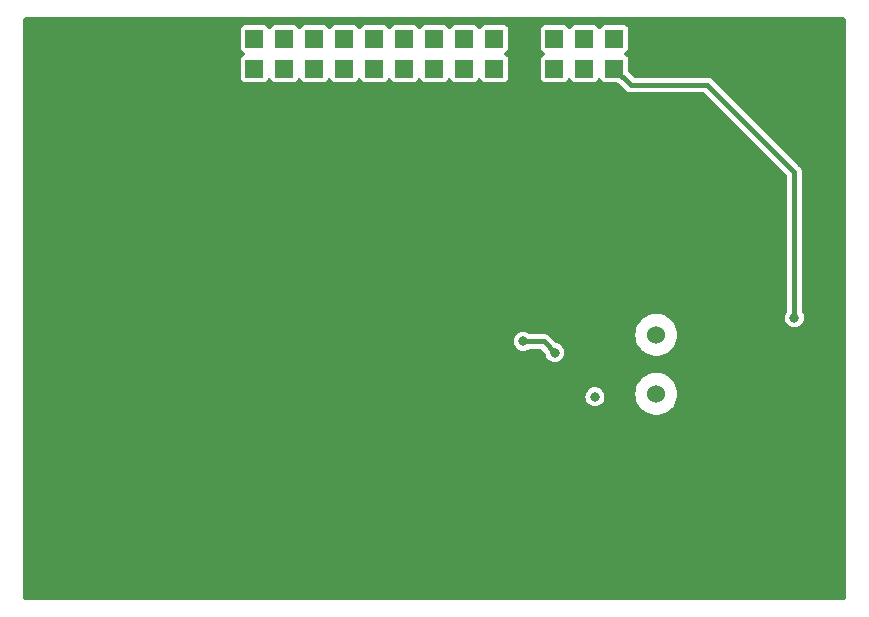
<source format=gbr>
%TF.GenerationSoftware,KiCad,Pcbnew,7.0.8-7.0.8~ubuntu23.04.1*%
%TF.CreationDate,2023-11-09T23:42:43+00:00*%
%TF.ProjectId,AIRDOS04_base,41495244-4f53-4303-945f-626173652e6b,REV*%
%TF.SameCoordinates,PX66dd020PY81342c0*%
%TF.FileFunction,Copper,L1,Top*%
%TF.FilePolarity,Positive*%
%FSLAX46Y46*%
G04 Gerber Fmt 4.6, Leading zero omitted, Abs format (unit mm)*
G04 Created by KiCad (PCBNEW 7.0.8-7.0.8~ubuntu23.04.1) date 2023-11-09 23:42:43*
%MOMM*%
%LPD*%
G01*
G04 APERTURE LIST*
%TA.AperFunction,ComponentPad*%
%ADD10C,6.000000*%
%TD*%
%TA.AperFunction,ComponentPad*%
%ADD11C,1.524000*%
%TD*%
%TA.AperFunction,ComponentPad*%
%ADD12R,1.524000X1.524000*%
%TD*%
%TA.AperFunction,ViaPad*%
%ADD13C,0.800000*%
%TD*%
%TA.AperFunction,Conductor*%
%ADD14C,0.450000*%
%TD*%
G04 APERTURE END LIST*
D10*
%TO.P,M1,1*%
%TO.N,GND*%
X10160000Y50800000D03*
%TD*%
%TO.P,M2,1*%
%TO.N,GND*%
X71120000Y50800000D03*
%TD*%
%TO.P,M3,1*%
%TO.N,GND*%
X10160000Y10160000D03*
%TD*%
%TO.P,M4,1*%
%TO.N,GND*%
X71120000Y10160000D03*
%TD*%
D11*
%TO.P,D1,1,K*%
%TO.N,/PIN_detector/K*%
X59424400Y23266400D03*
%TO.P,D1,2,A*%
%TO.N,/PIN_detector/A*%
X59424400Y28266400D03*
%TD*%
D12*
%TO.P,J1,1*%
%TO.N,GND*%
X22860000Y53340000D03*
%TO.P,J1,2*%
X22860000Y50800000D03*
%TO.P,J1,3*%
%TO.N,/interface/5v*%
X25400000Y53340000D03*
%TO.P,J1,4*%
X25400000Y50800000D03*
%TO.P,J1,5*%
%TO.N,/interface/3v3*%
X27940000Y53340000D03*
%TO.P,J1,6*%
X27940000Y50800000D03*
%TO.P,J1,7*%
%TO.N,Net-(J1-Pad7)*%
X30480000Y53340000D03*
%TO.P,J1,8*%
X30480000Y50800000D03*
%TO.P,J1,9*%
%TO.N,unconnected-(J1-Pad9)*%
X33020000Y53340000D03*
%TO.P,J1,10*%
%TO.N,/interface/A0*%
X33020000Y50800000D03*
%TO.P,J1,11*%
%TO.N,/interface/RX*%
X35560000Y53340000D03*
%TO.P,J1,12*%
%TO.N,/interface/A1*%
X35560000Y50800000D03*
%TO.P,J1,13*%
%TO.N,/interface/TX*%
X38100000Y53340000D03*
%TO.P,J1,14*%
%TO.N,/interface/B1*%
X38100000Y50800000D03*
%TO.P,J1,15*%
%TO.N,/interface/MOSI*%
X40640000Y53340000D03*
%TO.P,J1,16*%
%TO.N,/interface/B0*%
X40640000Y50800000D03*
%TO.P,J1,17*%
%TO.N,/interface/MISO*%
X43180000Y53340000D03*
%TO.P,J1,18*%
%TO.N,/interface/C1*%
X43180000Y50800000D03*
%TO.P,J1,19*%
%TO.N,/interface/SCLK*%
X45720000Y53340000D03*
%TO.P,J1,20*%
%TO.N,/interface/C0*%
X45720000Y50800000D03*
%TO.P,J1,21*%
%TO.N,GND*%
X48260000Y53340000D03*
%TO.P,J1,22*%
X48260000Y50800000D03*
%TO.P,J1,23*%
%TO.N,/interface/SCL*%
X50800000Y53340000D03*
%TO.P,J1,24*%
X50800000Y50800000D03*
%TO.P,J1,25*%
%TO.N,VDD*%
X53340000Y53340000D03*
%TO.P,J1,26*%
X53340000Y50800000D03*
%TO.P,J1,27*%
%TO.N,/interface/SDA*%
X55880000Y53340000D03*
%TO.P,J1,28*%
X55880000Y50800000D03*
%TO.P,J1,29*%
%TO.N,GND*%
X58420000Y53340000D03*
%TO.P,J1,30*%
X58420000Y50800000D03*
%TD*%
D13*
%TO.N,GNDA*%
X54229000Y23012400D03*
%TO.N,/PIN_detector/REF*%
X50835600Y26756400D03*
X48158400Y27711400D03*
%TO.N,/interface/SDA*%
X71120006Y29718000D03*
%TD*%
D14*
%TO.N,/PIN_detector/REF*%
X48158400Y27711400D02*
X49880600Y27711400D01*
X49880600Y27711400D02*
X50835600Y26756400D01*
%TO.N,/interface/SDA*%
X71120006Y42036994D02*
X71120006Y29718000D01*
X57272000Y49413000D02*
X63744000Y49413000D01*
X63744000Y49413000D02*
X71120006Y42036994D01*
X55885000Y50800000D02*
X57272000Y49413000D01*
%TD*%
%TA.AperFunction,Conductor*%
%TO.N,GND*%
G36*
X75387621Y55105498D02*
G01*
X75434114Y55051842D01*
X75445500Y54999500D01*
X75445500Y5960501D01*
X75425498Y5892380D01*
X75371842Y5845887D01*
X75319500Y5834501D01*
X5960500Y5834501D01*
X5892379Y5854503D01*
X5845886Y5908159D01*
X5834500Y5960501D01*
X5834500Y23012400D01*
X53423435Y23012400D01*
X53443632Y22833145D01*
X53503211Y22662878D01*
X53503212Y22662875D01*
X53599182Y22510140D01*
X53599183Y22510138D01*
X53726737Y22382584D01*
X53726739Y22382583D01*
X53879474Y22286613D01*
X53879475Y22286613D01*
X53879478Y22286611D01*
X54049745Y22227032D01*
X54229000Y22206835D01*
X54408255Y22227032D01*
X54578522Y22286611D01*
X54731262Y22382584D01*
X54858816Y22510138D01*
X54954789Y22662878D01*
X55014368Y22833145D01*
X55034565Y23012400D01*
X55014368Y23191655D01*
X54988214Y23266400D01*
X57656958Y23266400D01*
X57676699Y23002976D01*
X57676700Y23002972D01*
X57735479Y22745440D01*
X57831988Y22499540D01*
X57831991Y22499532D01*
X57964068Y22270768D01*
X57964070Y22270765D01*
X57964071Y22270764D01*
X58128773Y22064234D01*
X58322418Y21884558D01*
X58322424Y21884554D01*
X58540676Y21735752D01*
X58540684Y21735747D01*
X58778672Y21621139D01*
X58778673Y21621139D01*
X58778681Y21621135D01*
X59002036Y21552239D01*
X59031100Y21543273D01*
X59031107Y21543271D01*
X59292319Y21503900D01*
X59292323Y21503900D01*
X59556477Y21503900D01*
X59556481Y21503900D01*
X59817693Y21543271D01*
X60070119Y21621135D01*
X60308121Y21735750D01*
X60526382Y21884558D01*
X60720027Y22064234D01*
X60884729Y22270764D01*
X61016810Y22499536D01*
X61113320Y22745437D01*
X61172101Y23002976D01*
X61191842Y23266400D01*
X61172101Y23529824D01*
X61113320Y23787363D01*
X61016810Y24033264D01*
X61016809Y24033265D01*
X61016808Y24033269D01*
X60884731Y24262033D01*
X60884729Y24262036D01*
X60720027Y24468566D01*
X60526382Y24648242D01*
X60526375Y24648247D01*
X60308123Y24797049D01*
X60308115Y24797054D01*
X60070127Y24911662D01*
X60070122Y24911664D01*
X60070119Y24911665D01*
X59972976Y24941630D01*
X59817699Y24989528D01*
X59817694Y24989529D01*
X59817693Y24989529D01*
X59556481Y25028900D01*
X59292319Y25028900D01*
X59031107Y24989529D01*
X59031106Y24989529D01*
X59031100Y24989528D01*
X58819524Y24924264D01*
X58778681Y24911665D01*
X58778679Y24911665D01*
X58778672Y24911662D01*
X58540684Y24797054D01*
X58540676Y24797049D01*
X58322424Y24648247D01*
X58322419Y24648243D01*
X58128774Y24468567D01*
X57964068Y24262033D01*
X57831991Y24033269D01*
X57831988Y24033261D01*
X57735479Y23787361D01*
X57702351Y23642216D01*
X57676699Y23529824D01*
X57656958Y23266400D01*
X54988214Y23266400D01*
X54954789Y23361922D01*
X54954787Y23361925D01*
X54954787Y23361926D01*
X54858817Y23514661D01*
X54858816Y23514663D01*
X54731262Y23642217D01*
X54731260Y23642218D01*
X54578525Y23738188D01*
X54578522Y23738189D01*
X54437996Y23787361D01*
X54408255Y23797768D01*
X54229000Y23817965D01*
X54049745Y23797768D01*
X54049742Y23797768D01*
X54049742Y23797767D01*
X53879477Y23738189D01*
X53879474Y23738188D01*
X53726739Y23642218D01*
X53726737Y23642217D01*
X53599183Y23514663D01*
X53599182Y23514661D01*
X53503212Y23361926D01*
X53503211Y23361923D01*
X53503211Y23361922D01*
X53443632Y23191655D01*
X53423435Y23012400D01*
X5834500Y23012400D01*
X5834500Y27711400D01*
X47352835Y27711400D01*
X47373032Y27532145D01*
X47390513Y27482188D01*
X47432611Y27361878D01*
X47432612Y27361875D01*
X47528582Y27209140D01*
X47528583Y27209138D01*
X47656137Y27081584D01*
X47656139Y27081583D01*
X47808874Y26985613D01*
X47808875Y26985613D01*
X47808878Y26985611D01*
X47979145Y26926032D01*
X48158400Y26905835D01*
X48337655Y26926032D01*
X48507922Y26985611D01*
X48521418Y26994092D01*
X48636796Y27066587D01*
X48703832Y27085900D01*
X49569319Y27085900D01*
X49637440Y27065898D01*
X49658415Y27048995D01*
X50008893Y26698516D01*
X50042918Y26636204D01*
X50045004Y26623532D01*
X50050230Y26577153D01*
X50050233Y26577140D01*
X50109811Y26406878D01*
X50109812Y26406875D01*
X50205782Y26254140D01*
X50205783Y26254138D01*
X50333337Y26126584D01*
X50333339Y26126583D01*
X50486074Y26030613D01*
X50486075Y26030613D01*
X50486078Y26030611D01*
X50656345Y25971032D01*
X50835600Y25950835D01*
X51014855Y25971032D01*
X51185122Y26030611D01*
X51337862Y26126584D01*
X51465416Y26254138D01*
X51561389Y26406878D01*
X51620968Y26577145D01*
X51641165Y26756400D01*
X51620968Y26935655D01*
X51561389Y27105922D01*
X51561387Y27105925D01*
X51561387Y27105926D01*
X51465417Y27258661D01*
X51465416Y27258663D01*
X51337862Y27386217D01*
X51337860Y27386218D01*
X51185125Y27482188D01*
X51185122Y27482189D01*
X51014857Y27541768D01*
X51014851Y27541769D01*
X50968468Y27546996D01*
X50903016Y27574501D01*
X50893484Y27583108D01*
X50381559Y28095033D01*
X50371676Y28107369D01*
X50371437Y28107171D01*
X50366383Y28113281D01*
X50315964Y28160627D01*
X50295077Y28181515D01*
X50295069Y28181522D01*
X50289623Y28185748D01*
X50285114Y28189599D01*
X50251183Y28221462D01*
X50251181Y28221463D01*
X50233757Y28231042D01*
X50217233Y28241897D01*
X50201537Y28254072D01*
X50201536Y28254073D01*
X50173051Y28266400D01*
X57656958Y28266400D01*
X57676699Y28002976D01*
X57676700Y28002972D01*
X57735479Y27745440D01*
X57831988Y27499540D01*
X57831991Y27499532D01*
X57964068Y27270768D01*
X57964070Y27270765D01*
X57964071Y27270764D01*
X58128773Y27064234D01*
X58322418Y26884558D01*
X58322424Y26884554D01*
X58540676Y26735752D01*
X58540684Y26735747D01*
X58778672Y26621139D01*
X58778673Y26621139D01*
X58778681Y26621135D01*
X59002036Y26552239D01*
X59031100Y26543273D01*
X59031107Y26543271D01*
X59292319Y26503900D01*
X59292323Y26503900D01*
X59556477Y26503900D01*
X59556481Y26503900D01*
X59817693Y26543271D01*
X60070119Y26621135D01*
X60308121Y26735750D01*
X60526382Y26884558D01*
X60720027Y27064234D01*
X60884729Y27270764D01*
X61016810Y27499536D01*
X61113320Y27745437D01*
X61172101Y28002976D01*
X61191842Y28266400D01*
X61172101Y28529824D01*
X61113320Y28787363D01*
X61016810Y29033264D01*
X61016809Y29033265D01*
X61016808Y29033269D01*
X60884731Y29262033D01*
X60884729Y29262036D01*
X60720027Y29468566D01*
X60526382Y29648242D01*
X60424066Y29718000D01*
X60308123Y29797049D01*
X60308115Y29797054D01*
X60070127Y29911662D01*
X60070122Y29911664D01*
X60070119Y29911665D01*
X59972976Y29941630D01*
X59817699Y29989528D01*
X59817694Y29989529D01*
X59817693Y29989529D01*
X59556481Y30028900D01*
X59292319Y30028900D01*
X59031107Y29989529D01*
X59031106Y29989529D01*
X59031100Y29989528D01*
X58819524Y29924264D01*
X58778681Y29911665D01*
X58778679Y29911665D01*
X58778672Y29911662D01*
X58540684Y29797054D01*
X58540676Y29797049D01*
X58322424Y29648247D01*
X58322419Y29648243D01*
X58128774Y29468567D01*
X57964068Y29262033D01*
X57831991Y29033269D01*
X57831988Y29033261D01*
X57735479Y28787361D01*
X57676700Y28529829D01*
X57676699Y28529824D01*
X57656958Y28266400D01*
X50173051Y28266400D01*
X50158806Y28272565D01*
X50153475Y28275177D01*
X50112694Y28297596D01*
X50112690Y28297598D01*
X50093446Y28302539D01*
X50074743Y28308942D01*
X50056496Y28316838D01*
X50056493Y28316839D01*
X50010523Y28324120D01*
X50004711Y28325324D01*
X49959620Y28336900D01*
X49959619Y28336900D01*
X49939744Y28336900D01*
X49920034Y28338451D01*
X49900404Y28341560D01*
X49900403Y28341560D01*
X49854065Y28337180D01*
X49848132Y28336900D01*
X48703832Y28336900D01*
X48636796Y28356213D01*
X48507925Y28437188D01*
X48507922Y28437189D01*
X48337655Y28496768D01*
X48158400Y28516965D01*
X47979145Y28496768D01*
X47979142Y28496768D01*
X47979142Y28496767D01*
X47808877Y28437189D01*
X47808874Y28437188D01*
X47656139Y28341218D01*
X47656137Y28341217D01*
X47528583Y28213663D01*
X47528582Y28213661D01*
X47432612Y28060926D01*
X47432611Y28060923D01*
X47432611Y28060922D01*
X47373032Y27890655D01*
X47352835Y27711400D01*
X5834500Y27711400D01*
X5834500Y50006484D01*
X24237500Y50006484D01*
X24252353Y49912698D01*
X24309949Y49799658D01*
X24399657Y49709950D01*
X24438299Y49690262D01*
X24512696Y49652354D01*
X24606481Y49637500D01*
X26193518Y49637501D01*
X26287304Y49652354D01*
X26400342Y49709950D01*
X26490050Y49799658D01*
X26547646Y49912696D01*
X26547647Y49912709D01*
X26550163Y49920447D01*
X26590232Y49979055D01*
X26655627Y50006697D01*
X26725585Y49994595D01*
X26777894Y49946593D01*
X26789831Y49920459D01*
X26792352Y49912699D01*
X26849949Y49799658D01*
X26939657Y49709950D01*
X26978299Y49690262D01*
X27052696Y49652354D01*
X27146481Y49637500D01*
X28733518Y49637501D01*
X28827304Y49652354D01*
X28940342Y49709950D01*
X29030050Y49799658D01*
X29087646Y49912696D01*
X29087647Y49912709D01*
X29090163Y49920447D01*
X29130232Y49979055D01*
X29195627Y50006697D01*
X29265585Y49994595D01*
X29317894Y49946593D01*
X29329831Y49920459D01*
X29332352Y49912699D01*
X29389949Y49799658D01*
X29479657Y49709950D01*
X29518299Y49690262D01*
X29592696Y49652354D01*
X29686481Y49637500D01*
X31273518Y49637501D01*
X31367304Y49652354D01*
X31480342Y49709950D01*
X31570050Y49799658D01*
X31627646Y49912696D01*
X31627647Y49912709D01*
X31630163Y49920447D01*
X31670232Y49979055D01*
X31735627Y50006697D01*
X31805585Y49994595D01*
X31857894Y49946593D01*
X31869831Y49920459D01*
X31872352Y49912699D01*
X31929949Y49799658D01*
X32019657Y49709950D01*
X32058299Y49690262D01*
X32132696Y49652354D01*
X32226481Y49637500D01*
X33813518Y49637501D01*
X33907304Y49652354D01*
X34020342Y49709950D01*
X34110050Y49799658D01*
X34167646Y49912696D01*
X34167647Y49912709D01*
X34170163Y49920447D01*
X34210232Y49979055D01*
X34275627Y50006697D01*
X34345585Y49994595D01*
X34397894Y49946593D01*
X34409831Y49920459D01*
X34412352Y49912699D01*
X34469949Y49799658D01*
X34559657Y49709950D01*
X34598299Y49690262D01*
X34672696Y49652354D01*
X34766481Y49637500D01*
X36353518Y49637501D01*
X36447304Y49652354D01*
X36560342Y49709950D01*
X36650050Y49799658D01*
X36707646Y49912696D01*
X36707647Y49912709D01*
X36710163Y49920447D01*
X36750232Y49979055D01*
X36815627Y50006697D01*
X36885585Y49994595D01*
X36937894Y49946593D01*
X36949831Y49920459D01*
X36952352Y49912699D01*
X37009949Y49799658D01*
X37099657Y49709950D01*
X37138299Y49690262D01*
X37212696Y49652354D01*
X37306481Y49637500D01*
X38893518Y49637501D01*
X38987304Y49652354D01*
X39100342Y49709950D01*
X39190050Y49799658D01*
X39247646Y49912696D01*
X39247647Y49912709D01*
X39250163Y49920447D01*
X39290232Y49979055D01*
X39355627Y50006697D01*
X39425585Y49994595D01*
X39477894Y49946593D01*
X39489831Y49920459D01*
X39492352Y49912699D01*
X39549949Y49799658D01*
X39639657Y49709950D01*
X39678299Y49690262D01*
X39752696Y49652354D01*
X39846481Y49637500D01*
X41433518Y49637501D01*
X41527304Y49652354D01*
X41640342Y49709950D01*
X41730050Y49799658D01*
X41787646Y49912696D01*
X41787647Y49912709D01*
X41790163Y49920447D01*
X41830232Y49979055D01*
X41895627Y50006697D01*
X41965585Y49994595D01*
X42017894Y49946593D01*
X42029831Y49920459D01*
X42032352Y49912699D01*
X42089949Y49799658D01*
X42179657Y49709950D01*
X42218299Y49690262D01*
X42292696Y49652354D01*
X42386481Y49637500D01*
X43973518Y49637501D01*
X44067304Y49652354D01*
X44180342Y49709950D01*
X44270050Y49799658D01*
X44327646Y49912696D01*
X44327647Y49912709D01*
X44330163Y49920447D01*
X44370232Y49979055D01*
X44435627Y50006697D01*
X44505585Y49994595D01*
X44557894Y49946593D01*
X44569831Y49920459D01*
X44572352Y49912699D01*
X44629949Y49799658D01*
X44719657Y49709950D01*
X44758299Y49690262D01*
X44832696Y49652354D01*
X44926481Y49637500D01*
X46513518Y49637501D01*
X46607304Y49652354D01*
X46720342Y49709950D01*
X46810050Y49799658D01*
X46867646Y49912696D01*
X46882500Y50006481D01*
X46882500Y50006484D01*
X49637500Y50006484D01*
X49652353Y49912698D01*
X49709949Y49799658D01*
X49799657Y49709950D01*
X49838299Y49690262D01*
X49912696Y49652354D01*
X50006481Y49637500D01*
X51593518Y49637501D01*
X51687304Y49652354D01*
X51800342Y49709950D01*
X51890050Y49799658D01*
X51947646Y49912696D01*
X51947647Y49912709D01*
X51950163Y49920447D01*
X51990232Y49979055D01*
X52055627Y50006697D01*
X52125585Y49994595D01*
X52177894Y49946593D01*
X52189831Y49920459D01*
X52192352Y49912699D01*
X52249949Y49799658D01*
X52339657Y49709950D01*
X52378299Y49690262D01*
X52452696Y49652354D01*
X52546481Y49637500D01*
X54133518Y49637501D01*
X54227304Y49652354D01*
X54340342Y49709950D01*
X54430050Y49799658D01*
X54487646Y49912696D01*
X54487647Y49912709D01*
X54490163Y49920447D01*
X54530232Y49979055D01*
X54595627Y50006697D01*
X54665585Y49994595D01*
X54717894Y49946593D01*
X54729831Y49920459D01*
X54732352Y49912699D01*
X54789949Y49799658D01*
X54879657Y49709950D01*
X54918299Y49690262D01*
X54992696Y49652354D01*
X55086481Y49637500D01*
X56110718Y49637501D01*
X56178839Y49617499D01*
X56199813Y49600596D01*
X56771040Y49029369D01*
X56780924Y49017034D01*
X56781162Y49017230D01*
X56786214Y49011123D01*
X56836635Y48963774D01*
X56857523Y48942885D01*
X56857531Y48942878D01*
X56862971Y48938658D01*
X56867485Y48934803D01*
X56901418Y48902938D01*
X56918839Y48893361D01*
X56935352Y48882515D01*
X56951064Y48870327D01*
X56992224Y48852516D01*
X56993784Y48851841D01*
X56999114Y48849230D01*
X57039908Y48826803D01*
X57059164Y48821859D01*
X57077857Y48815459D01*
X57096104Y48807563D01*
X57142083Y48800281D01*
X57147864Y48799085D01*
X57192981Y48787500D01*
X57212856Y48787500D01*
X57232566Y48785949D01*
X57234561Y48785634D01*
X57252196Y48782840D01*
X57285702Y48786008D01*
X57298535Y48787220D01*
X57304468Y48787500D01*
X63432720Y48787500D01*
X63500841Y48767498D01*
X63521815Y48750595D01*
X70457601Y41814809D01*
X70491627Y41752497D01*
X70494506Y41725714D01*
X70494506Y30263432D01*
X70475193Y30196396D01*
X70394218Y30067526D01*
X70394217Y30067523D01*
X70366926Y29989529D01*
X70334638Y29897255D01*
X70314441Y29718000D01*
X70334638Y29538745D01*
X70359195Y29468566D01*
X70394217Y29368478D01*
X70394218Y29368475D01*
X70490188Y29215740D01*
X70490189Y29215738D01*
X70617743Y29088184D01*
X70617745Y29088183D01*
X70770480Y28992213D01*
X70770481Y28992213D01*
X70770484Y28992211D01*
X70940751Y28932632D01*
X71120006Y28912435D01*
X71299261Y28932632D01*
X71469528Y28992211D01*
X71622268Y29088184D01*
X71749822Y29215738D01*
X71845795Y29368478D01*
X71905374Y29538745D01*
X71925571Y29718000D01*
X71905374Y29897255D01*
X71845795Y30067522D01*
X71845793Y30067525D01*
X71845793Y30067526D01*
X71764819Y30196396D01*
X71745506Y30263432D01*
X71745506Y41954028D01*
X71747240Y41969738D01*
X71746933Y41969767D01*
X71747679Y41977660D01*
X71745506Y42046823D01*
X71745506Y42076344D01*
X71744643Y42083172D01*
X71744178Y42089077D01*
X71742716Y42135621D01*
X71737170Y42154709D01*
X71733160Y42174070D01*
X71730670Y42193786D01*
X71713531Y42237072D01*
X71711610Y42242686D01*
X71711219Y42244029D01*
X71698624Y42287384D01*
X71696511Y42290957D01*
X71688505Y42304496D01*
X71679809Y42322246D01*
X71672493Y42340723D01*
X71672492Y42340726D01*
X71645127Y42378391D01*
X71641871Y42383347D01*
X71618176Y42423414D01*
X71618174Y42423416D01*
X71618173Y42423418D01*
X71604125Y42437466D01*
X71591284Y42452500D01*
X71579601Y42468580D01*
X71579600Y42468581D01*
X71543728Y42498257D01*
X71539346Y42502244D01*
X64244960Y49796631D01*
X64235076Y49808969D01*
X64234837Y49808771D01*
X64229783Y49814881D01*
X64179364Y49862227D01*
X64158477Y49883115D01*
X64158469Y49883122D01*
X64153023Y49887348D01*
X64148514Y49891199D01*
X64114583Y49923062D01*
X64114581Y49923063D01*
X64097157Y49932642D01*
X64080633Y49943497D01*
X64064937Y49955672D01*
X64064936Y49955673D01*
X64042592Y49965343D01*
X64022206Y49974165D01*
X64016875Y49976777D01*
X63976094Y49999196D01*
X63976090Y49999198D01*
X63956846Y50004139D01*
X63938143Y50010542D01*
X63919896Y50018438D01*
X63919893Y50018439D01*
X63873923Y50025720D01*
X63868111Y50026924D01*
X63823020Y50038500D01*
X63823019Y50038500D01*
X63803144Y50038500D01*
X63783434Y50040051D01*
X63763804Y50043160D01*
X63763803Y50043160D01*
X63717465Y50038780D01*
X63711532Y50038500D01*
X57583281Y50038500D01*
X57515160Y50058502D01*
X57494186Y50075405D01*
X57079404Y50490187D01*
X57045378Y50552499D01*
X57042499Y50579282D01*
X57042499Y51593517D01*
X57040616Y51605410D01*
X57027646Y51687304D01*
X56998848Y51743823D01*
X56970050Y51800343D01*
X56880342Y51890051D01*
X56767304Y51947646D01*
X56759547Y51950166D01*
X56700941Y51990239D01*
X56673303Y52055635D01*
X56685408Y52125592D01*
X56733413Y52177899D01*
X56759547Y52189834D01*
X56767297Y52192354D01*
X56767304Y52192354D01*
X56880342Y52249950D01*
X56970050Y52339658D01*
X57027646Y52452696D01*
X57042500Y52546481D01*
X57042499Y54133518D01*
X57027646Y54227304D01*
X56998848Y54283823D01*
X56970050Y54340343D01*
X56880342Y54430051D01*
X56804502Y54468693D01*
X56767304Y54487646D01*
X56673519Y54502500D01*
X56673515Y54502500D01*
X55086483Y54502500D01*
X54992697Y54487647D01*
X54879657Y54430051D01*
X54789949Y54340343D01*
X54732352Y54227302D01*
X54729833Y54219546D01*
X54689760Y54160940D01*
X54624363Y54133303D01*
X54554406Y54145410D01*
X54502100Y54193416D01*
X54490167Y54219546D01*
X54487647Y54227302D01*
X54430050Y54340343D01*
X54340342Y54430051D01*
X54264502Y54468693D01*
X54227304Y54487646D01*
X54133519Y54502500D01*
X54133515Y54502500D01*
X52546483Y54502500D01*
X52452697Y54487647D01*
X52339657Y54430051D01*
X52249949Y54340343D01*
X52192352Y54227302D01*
X52189833Y54219546D01*
X52149760Y54160940D01*
X52084363Y54133303D01*
X52014406Y54145410D01*
X51962100Y54193416D01*
X51950167Y54219546D01*
X51947647Y54227302D01*
X51890050Y54340343D01*
X51800342Y54430051D01*
X51724502Y54468693D01*
X51687304Y54487646D01*
X51593519Y54502500D01*
X51593515Y54502500D01*
X50006483Y54502500D01*
X49912697Y54487647D01*
X49799657Y54430051D01*
X49709949Y54340343D01*
X49652355Y54227306D01*
X49652354Y54227304D01*
X49637500Y54133519D01*
X49637500Y54133516D01*
X49637500Y52546484D01*
X49652353Y52452698D01*
X49709949Y52339658D01*
X49799657Y52249950D01*
X49857253Y52220604D01*
X49912696Y52192354D01*
X49912700Y52192354D01*
X49920448Y52189836D01*
X49979055Y52149766D01*
X50006696Y52084371D01*
X49994593Y52014413D01*
X49946590Y51962105D01*
X49920460Y51950170D01*
X49912701Y51947649D01*
X49799657Y51890051D01*
X49709949Y51800343D01*
X49652355Y51687306D01*
X49652354Y51687304D01*
X49637500Y51593519D01*
X49637500Y51593516D01*
X49637500Y50006484D01*
X46882500Y50006484D01*
X46882499Y51593518D01*
X46867646Y51687304D01*
X46838848Y51743823D01*
X46810050Y51800343D01*
X46720342Y51890051D01*
X46607304Y51947646D01*
X46599547Y51950166D01*
X46540941Y51990239D01*
X46513303Y52055635D01*
X46525408Y52125592D01*
X46573413Y52177899D01*
X46599547Y52189834D01*
X46607297Y52192354D01*
X46607304Y52192354D01*
X46720342Y52249950D01*
X46810050Y52339658D01*
X46867646Y52452696D01*
X46882500Y52546481D01*
X46882499Y54133518D01*
X46867646Y54227304D01*
X46838848Y54283823D01*
X46810050Y54340343D01*
X46720342Y54430051D01*
X46644502Y54468693D01*
X46607304Y54487646D01*
X46513519Y54502500D01*
X46513515Y54502500D01*
X44926483Y54502500D01*
X44832697Y54487647D01*
X44719657Y54430051D01*
X44629949Y54340343D01*
X44572352Y54227302D01*
X44569833Y54219546D01*
X44529760Y54160940D01*
X44464363Y54133303D01*
X44394406Y54145410D01*
X44342100Y54193416D01*
X44330167Y54219546D01*
X44327647Y54227302D01*
X44270050Y54340343D01*
X44180342Y54430051D01*
X44104502Y54468693D01*
X44067304Y54487646D01*
X43973519Y54502500D01*
X43973515Y54502500D01*
X42386483Y54502500D01*
X42292697Y54487647D01*
X42179657Y54430051D01*
X42089949Y54340343D01*
X42032352Y54227302D01*
X42029833Y54219546D01*
X41989760Y54160940D01*
X41924363Y54133303D01*
X41854406Y54145410D01*
X41802100Y54193416D01*
X41790167Y54219546D01*
X41787647Y54227302D01*
X41730050Y54340343D01*
X41640342Y54430051D01*
X41564502Y54468693D01*
X41527304Y54487646D01*
X41433519Y54502500D01*
X41433515Y54502500D01*
X39846483Y54502500D01*
X39752697Y54487647D01*
X39639657Y54430051D01*
X39549949Y54340343D01*
X39492352Y54227302D01*
X39489833Y54219546D01*
X39449760Y54160940D01*
X39384363Y54133303D01*
X39314406Y54145410D01*
X39262100Y54193416D01*
X39250167Y54219546D01*
X39247647Y54227302D01*
X39190050Y54340343D01*
X39100342Y54430051D01*
X39024502Y54468693D01*
X38987304Y54487646D01*
X38893519Y54502500D01*
X38893515Y54502500D01*
X37306483Y54502500D01*
X37212697Y54487647D01*
X37099657Y54430051D01*
X37009949Y54340343D01*
X36952352Y54227302D01*
X36949833Y54219546D01*
X36909760Y54160940D01*
X36844363Y54133303D01*
X36774406Y54145410D01*
X36722100Y54193416D01*
X36710167Y54219546D01*
X36707647Y54227302D01*
X36650050Y54340343D01*
X36560342Y54430051D01*
X36484502Y54468693D01*
X36447304Y54487646D01*
X36353519Y54502500D01*
X36353515Y54502500D01*
X34766483Y54502500D01*
X34672697Y54487647D01*
X34559657Y54430051D01*
X34469949Y54340343D01*
X34412352Y54227302D01*
X34409833Y54219546D01*
X34369760Y54160940D01*
X34304363Y54133303D01*
X34234406Y54145410D01*
X34182100Y54193416D01*
X34170167Y54219546D01*
X34167647Y54227302D01*
X34110050Y54340343D01*
X34020342Y54430051D01*
X33944502Y54468693D01*
X33907304Y54487646D01*
X33813519Y54502500D01*
X33813515Y54502500D01*
X32226483Y54502500D01*
X32132697Y54487647D01*
X32019657Y54430051D01*
X31929949Y54340343D01*
X31872352Y54227302D01*
X31869833Y54219546D01*
X31829760Y54160940D01*
X31764363Y54133303D01*
X31694406Y54145410D01*
X31642100Y54193416D01*
X31630167Y54219546D01*
X31627647Y54227302D01*
X31570050Y54340343D01*
X31480342Y54430051D01*
X31404502Y54468693D01*
X31367304Y54487646D01*
X31273519Y54502500D01*
X31273515Y54502500D01*
X29686483Y54502500D01*
X29592697Y54487647D01*
X29479657Y54430051D01*
X29389949Y54340343D01*
X29332352Y54227302D01*
X29329833Y54219546D01*
X29289760Y54160940D01*
X29224363Y54133303D01*
X29154406Y54145410D01*
X29102100Y54193416D01*
X29090167Y54219546D01*
X29087647Y54227302D01*
X29030050Y54340343D01*
X28940342Y54430051D01*
X28864502Y54468693D01*
X28827304Y54487646D01*
X28733519Y54502500D01*
X28733515Y54502500D01*
X27146483Y54502500D01*
X27052697Y54487647D01*
X26939657Y54430051D01*
X26849949Y54340343D01*
X26792352Y54227302D01*
X26789833Y54219546D01*
X26749760Y54160940D01*
X26684363Y54133303D01*
X26614406Y54145410D01*
X26562100Y54193416D01*
X26550167Y54219546D01*
X26547647Y54227302D01*
X26490050Y54340343D01*
X26400342Y54430051D01*
X26324502Y54468693D01*
X26287304Y54487646D01*
X26193519Y54502500D01*
X26193515Y54502500D01*
X24606483Y54502500D01*
X24512697Y54487647D01*
X24399657Y54430051D01*
X24309949Y54340343D01*
X24252355Y54227306D01*
X24252354Y54227304D01*
X24237500Y54133519D01*
X24237500Y54133516D01*
X24237500Y52546484D01*
X24252353Y52452698D01*
X24309949Y52339658D01*
X24399657Y52249950D01*
X24457253Y52220604D01*
X24512696Y52192354D01*
X24512700Y52192354D01*
X24520448Y52189836D01*
X24579055Y52149766D01*
X24606696Y52084371D01*
X24594593Y52014413D01*
X24546590Y51962105D01*
X24520460Y51950170D01*
X24512701Y51947649D01*
X24399657Y51890051D01*
X24309949Y51800343D01*
X24252355Y51687306D01*
X24252354Y51687304D01*
X24237500Y51593519D01*
X24237500Y51593516D01*
X24237500Y50006484D01*
X5834500Y50006484D01*
X5834500Y54999500D01*
X5854502Y55067621D01*
X5908158Y55114114D01*
X5960500Y55125500D01*
X75319500Y55125500D01*
X75387621Y55105498D01*
G37*
%TD.AperFunction*%
%TD*%
M02*

</source>
